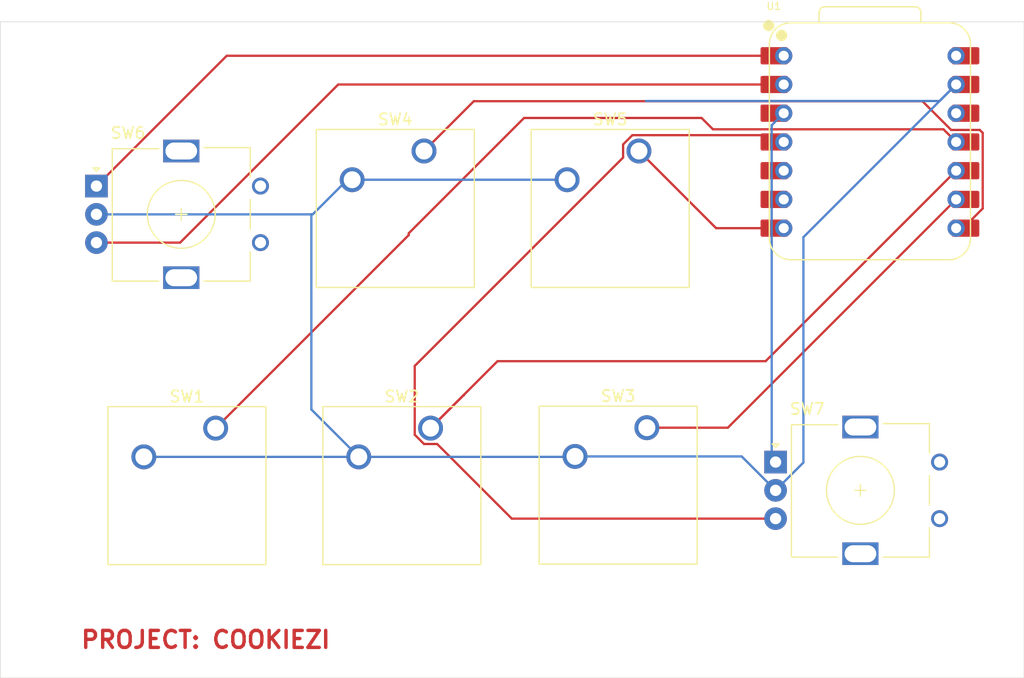
<source format=kicad_pcb>
(kicad_pcb (version 20241229) (generator "pcbnew") (generator_version "9.0")
  (layers (0 "F.Cu" signal) (2 "B.Cu" signal) (13 "F.Paste" user) (15 "B.Paste" user) (5 "F.SilkS" user "F.Silkscreen") (7 "B.SilkS" user "B.Silkscreen") (1 "F.Mask" user) (3 "B.Mask" user) (25 "Edge.Cuts" user))
  (net 0 "")
  (net 1 "GND")
  (net 2 "Net-(U1-GPIO3{slash}MOSI)")
  (net 3 "Net-(U1-GPIO4{slash}MISO)")
  (net 4 "Net-(U1-GPIO2{slash}SCK)")
  (net 5 "Net-(U1-GPIO1{slash}RX)")
  (net 6 "Net-(U1-GPIO0{slash}TX)")
  (net 7 "Net-(U1-GPIO27{slash}ADC1{slash}A1)")
  (net 8 "Net-(U1-GPIO26{slash}ADC0{slash}A0)")
  (net 9 "Net-(U1-GPIO28{slash}ADC2{slash}A2)")
  (net 10 "Net-(U1-GPIO29{slash}ADC3{slash}A3)")
  (net 14 "+5V")
  (footprint "Button_Switch_Keyboard:SW_Cherry_MX_1.00u_PCB" (layer "F.Cu") (at 68.54 125.92)
    (property "Reference" "SW1" (at -2.54 -2.794 0) (layer "F.SilkS"))
    (property "Value" "SW_Push")
    (fp_line (start -9.525 -1.905) (end 4.445 -1.905) (stroke (width 0.12)) (layer "F.SilkS"))
    (fp_line (start -9.525 12.065) (end -9.525 -1.905) (stroke (width 0.12)) (layer "F.SilkS"))
    (fp_line (start 4.445 -1.905) (end 4.445 12.065) (stroke (width 0.12)) (layer "F.SilkS"))
    (fp_line (start 4.445 12.065) (end -9.525 12.065) (stroke (width 0.12)) (layer "F.SilkS"))
    (pad "" np_thru_hole circle (at -7.62 5.08) (size 1.7 1.7) (drill 1.7) (layers "*.Cu" "*.Mask"))
    (pad "" np_thru_hole circle (at -2.54 5.08) (size 4 4) (drill 4) (layers "*.Cu" "*.Mask"))
    (pad "" np_thru_hole circle (at 2.54 5.08) (size 1.7 1.7) (drill 1.7) (layers "*.Cu" "*.Mask"))
    (pad "1" thru_hole circle (at 0 0) (size 2.2 2.2) (drill 1.5) (layers "*.Cu" "*.Mask") (net 2 "Net-(U1-GPIO3{slash}MOSI)"))
    (pad "2" thru_hole circle (at -6.35 2.54) (size 2.2 2.2) (drill 1.5) (layers "*.Cu" "*.Mask") (net 1 "GND"))
  )
  (footprint "Button_Switch_Keyboard:SW_Cherry_MX_1.00u_PCB" (layer "F.Cu") (at 86.96 101.42)
    (property "Reference" "SW4" (at -2.54 -2.794 0) (layer "F.SilkS"))
    (property "Value" "SW_Push")
    (fp_line (start -9.525 -1.905) (end 4.445 -1.905) (stroke (width 0.12)) (layer "F.SilkS"))
    (fp_line (start -9.525 12.065) (end -9.525 -1.905) (stroke (width 0.12)) (layer "F.SilkS"))
    (fp_line (start 4.445 -1.905) (end 4.445 12.065) (stroke (width 0.12)) (layer "F.SilkS"))
    (fp_line (start 4.445 12.065) (end -9.525 12.065) (stroke (width 0.12)) (layer "F.SilkS"))
    (pad "" np_thru_hole circle (at -7.62 5.08) (size 1.7 1.7) (drill 1.7) (layers "*.Cu" "*.Mask"))
    (pad "" np_thru_hole circle (at -2.54 5.08) (size 4 4) (drill 4) (layers "*.Cu" "*.Mask"))
    (pad "" np_thru_hole circle (at 2.54 5.08) (size 1.7 1.7) (drill 1.7) (layers "*.Cu" "*.Mask"))
    (pad "1" thru_hole circle (at 0 0) (size 2.2 2.2) (drill 1.5) (layers "*.Cu" "*.Mask") (net 5 "Net-(U1-GPIO1{slash}RX)"))
    (pad "2" thru_hole circle (at -6.35 2.54) (size 2.2 2.2) (drill 1.5) (layers "*.Cu" "*.Mask") (net 1 "GND"))
  )
  (footprint "Rotary_Encoder:RotaryEncoder_Alps_EC11E_Vertical_H20mm" (layer "F.Cu") (at 118.04 128.92)
    (property "Reference" "SW7" (at 2.8 -4.7 0) (layer "F.SilkS"))
    (property "Value" "RotaryEncoder")
    (fp_line (start -0.3 -1.6) (end 0.3 -1.6) (stroke (width 0.12)) (layer "F.SilkS"))
    (fp_line (start 0 -1.3) (end -0.3 -1.6) (stroke (width 0.12)) (layer "F.SilkS"))
    (fp_line (start 0.3 -1.6) (end 0 -1.3) (stroke (width 0.12)) (layer "F.SilkS"))
    (fp_line (start 1.4 -3.3) (end 1.4 8.4) (stroke (width 0.12)) (layer "F.SilkS"))
    (fp_line (start 5.5 -3.3) (end 1.4 -3.3) (stroke (width 0.12)) (layer "F.SilkS"))
    (fp_line (start 5.5 8.4) (end 1.4 8.4) (stroke (width 0.12)) (layer "F.SilkS"))
    (fp_line (start 7 2.5) (end 8 2.5) (stroke (width 0.12)) (layer "F.SilkS"))
    (fp_line (start 7.5 2) (end 7.5 3) (stroke (width 0.12)) (layer "F.SilkS"))
    (fp_line (start 9.5 -3.4) (end 13.6 -3.4) (stroke (width 0.12)) (layer "F.SilkS"))
    (fp_line (start 13.6 -3.4) (end 13.6 -0.8) (stroke (width 0.12)) (layer "F.SilkS"))
    (fp_line (start 13.6 1.2) (end 13.6 3.8) (stroke (width 0.12)) (layer "F.SilkS"))
    (fp_line (start 13.6 5.8) (end 13.6 8.4) (stroke (width 0.12)) (layer "F.SilkS"))
    (fp_line (start 13.6 8.4) (end 9.5 8.4) (stroke (width 0.12)) (layer "F.SilkS"))
    (fp_circle (center 7.5 2.5) (end 10.5 2.5) (stroke (width 0.12)) (fill no) (layer "F.SilkS"))
    (pad "" thru_hole circle (at 14.5 0) (size 1.5 1.5) (drill 1) (layers "*.Cu" "*.Mask"))
    (pad "" thru_hole circle (at 14.5 5) (size 1.5 1.5) (drill 1) (layers "*.Cu" "*.Mask"))
    (pad "A" thru_hole rect (at 0 0) (size 2 2) (drill 1) (layers "*.Cu" "*.Mask") (net 9 "Net-(U1-GPIO28{slash}ADC2{slash}A2)"))
    (pad "B" thru_hole circle (at 0 5) (size 2 2) (drill 1) (layers "*.Cu" "*.Mask") (net 10 "Net-(U1-GPIO29{slash}ADC3{slash}A3)"))
    (pad "C" thru_hole circle (at 0 2.5) (size 2 2) (drill 1) (layers "*.Cu" "*.Mask") (net 1 "GND"))
    (pad "MP" thru_hole rect (at 7.5 -3.1) (size 3.2 2) (drill oval 2.8 1.5) (layers "*.Cu" "*.Mask"))
    (pad "MP" thru_hole rect (at 7.5 8.1) (size 3.2 2) (drill oval 2.8 1.5) (layers "*.Cu" "*.Mask"))
  )
  (footprint "Rotary_Encoder:RotaryEncoder_Alps_EC11E_Vertical_H20mm" (layer "F.Cu") (at 58 104.52)
    (property "Reference" "SW6" (at 2.8 -4.7 0) (layer "F.SilkS"))
    (property "Value" "RotaryEncoder")
    (fp_line (start -0.3 -1.6) (end 0.3 -1.6) (stroke (width 0.12)) (layer "F.SilkS"))
    (fp_line (start 0 -1.3) (end -0.3 -1.6) (stroke (width 0.12)) (layer "F.SilkS"))
    (fp_line (start 0.3 -1.6) (end 0 -1.3) (stroke (width 0.12)) (layer "F.SilkS"))
    (fp_line (start 1.4 -3.3) (end 1.4 8.4) (stroke (width 0.12)) (layer "F.SilkS"))
    (fp_line (start 5.5 -3.3) (end 1.4 -3.3) (stroke (width 0.12)) (layer "F.SilkS"))
    (fp_line (start 5.5 8.4) (end 1.4 8.4) (stroke (width 0.12)) (layer "F.SilkS"))
    (fp_line (start 7 2.5) (end 8 2.5) (stroke (width 0.12)) (layer "F.SilkS"))
    (fp_line (start 7.5 2) (end 7.5 3) (stroke (width 0.12)) (layer "F.SilkS"))
    (fp_line (start 9.5 -3.4) (end 13.6 -3.4) (stroke (width 0.12)) (layer "F.SilkS"))
    (fp_line (start 13.6 -3.4) (end 13.6 -0.8) (stroke (width 0.12)) (layer "F.SilkS"))
    (fp_line (start 13.6 1.2) (end 13.6 3.8) (stroke (width 0.12)) (layer "F.SilkS"))
    (fp_line (start 13.6 5.8) (end 13.6 8.4) (stroke (width 0.12)) (layer "F.SilkS"))
    (fp_line (start 13.6 8.4) (end 9.5 8.4) (stroke (width 0.12)) (layer "F.SilkS"))
    (fp_circle (center 7.5 2.5) (end 10.5 2.5) (stroke (width 0.12)) (fill no) (layer "F.SilkS"))
    (pad "" thru_hole circle (at 14.5 0) (size 1.5 1.5) (drill 1) (layers "*.Cu" "*.Mask"))
    (pad "" thru_hole circle (at 14.5 5) (size 1.5 1.5) (drill 1) (layers "*.Cu" "*.Mask"))
    (pad "A" thru_hole rect (at 0 0) (size 2 2) (drill 1) (layers "*.Cu" "*.Mask") (net 8 "Net-(U1-GPIO26{slash}ADC0{slash}A0)"))
    (pad "B" thru_hole circle (at 0 5) (size 2 2) (drill 1) (layers "*.Cu" "*.Mask") (net 7 "Net-(U1-GPIO27{slash}ADC1{slash}A1)"))
    (pad "C" thru_hole circle (at 0 2.5) (size 2 2) (drill 1) (layers "*.Cu" "*.Mask") (net 1 "GND"))
    (pad "MP" thru_hole rect (at 7.5 -3.1) (size 3.2 2) (drill oval 2.8 1.5) (layers "*.Cu" "*.Mask"))
    (pad "MP" thru_hole rect (at 7.5 8.1) (size 3.2 2) (drill oval 2.8 1.5) (layers "*.Cu" "*.Mask"))
  )
  (footprint "OPL:XIAO-RP2040-DIP" (layer "F.Cu") (at 126.38 100.62)
    (property "Reference" "U1" (at -8.5 -12 0) (layer "F.SilkS") (effects (font (size 0.635 0.635) (thickness 0.1016))))
    (property "Value" "XIAO-RP2040-DIP")
    (fp_line (start -8.89 8.509) (end -8.89 -8.636) (stroke (width 0.127)) (layer "F.SilkS"))
    (fp_line (start -6.985 10.414) (end 6.985 10.414) (stroke (width 0.127)) (layer "F.SilkS"))
    (fp_line (start -4.495 -10.541) (end -4.491272 -11.451272) (stroke (width 0.127)) (layer "F.SilkS"))
    (fp_line (start -3.991272 -11.951) (end 4.004 -11.951) (stroke (width 0.127)) (layer "F.SilkS"))
    (fp_line (start 4.504 -11.451) (end 4.504 -10.541) (stroke (width 0.127)) (layer "F.SilkS"))
    (fp_line (start 6.985 -10.541) (end -6.985 -10.541) (stroke (width 0.1)) (layer "F.SilkS"))
    (fp_line (start 6.985 -10.541) (end -6.985 -10.541) (stroke (width 0.127)) (layer "F.SilkS"))
    (fp_line (start 8.89 8.509) (end 8.89 -8.636) (stroke (width 0.127)) (layer "F.SilkS"))
    (fp_arc (start -8.89 -8.636) (mid -8.332038 -9.983038) (end -6.985 -10.541) (stroke (width 0.127)) (layer "F.SilkS"))
    (fp_arc (start -6.985 10.414) (mid -8.332038 9.856038) (end -8.89 8.509) (stroke (width 0.127)) (layer "F.SilkS"))
    (fp_arc (start -4.491272 -11.451272) (mid -4.344728 -11.80464) (end -3.991272 -11.951) (stroke (width 0.127)) (layer "F.SilkS"))
    (fp_arc (start 4.004 -11.951) (mid 4.357553 -11.804553) (end 4.504 -11.451) (stroke (width 0.127)) (layer "F.SilkS"))
    (fp_arc (start 6.985 -10.541) (mid 8.332038 -9.983038) (end 8.89 -8.636) (stroke (width 0.127)) (layer "F.SilkS"))
    (fp_arc (start 8.89 8.509) (mid 8.332038 9.856038) (end 6.985 10.414) (stroke (width 0.127)) (layer "F.SilkS"))
    (fp_circle (center -8.95 -10.3) (end -8.95 -10.554) (stroke (width 0.5)) (fill yes) (layer "F.SilkS"))
    (fp_circle (center -7.807 -9.42) (end -7.807 -9.674) (stroke (width 0.5)) (fill yes) (layer "F.SilkS"))
    (pad "1" smd roundrect (at -8.455 -7.62 180) (size 2.432 1.524) (layers "F.Cu" "F.Mask") (roundrect_rratio 0.1) (net 8 "Net-(U1-GPIO26{slash}ADC0{slash}A0)"))
    (pad "1" thru_hole circle (at -7.62 -7.62 180) (size 1.524 1.524) (drill 0.889) (layers "*.Cu" "*.Mask") (net 8 "Net-(U1-GPIO26{slash}ADC0{slash}A0)"))
    (pad "2" smd roundrect (at -8.455 -5.08 180) (size 2.432 1.524) (layers "F.Cu" "F.Mask") (roundrect_rratio 0.1) (net 7 "Net-(U1-GPIO27{slash}ADC1{slash}A1)"))
    (pad "2" thru_hole circle (at -7.62 -5.08 180) (size 1.524 1.524) (drill 0.889) (layers "*.Cu" "*.Mask") (net 7 "Net-(U1-GPIO27{slash}ADC1{slash}A1)"))
    (pad "3" smd roundrect (at -8.455 -2.54 180) (size 2.432 1.524) (layers "F.Cu" "F.Mask") (roundrect_rratio 0.1) (net 9 "Net-(U1-GPIO28{slash}ADC2{slash}A2)"))
    (pad "3" thru_hole circle (at -7.62 -2.54 180) (size 1.524 1.524) (drill 0.889) (layers "*.Cu" "*.Mask") (net 9 "Net-(U1-GPIO28{slash}ADC2{slash}A2)"))
    (pad "4" smd roundrect (at -8.455 0 180) (size 2.432 1.524) (layers "F.Cu" "F.Mask") (roundrect_rratio 0.1) (net 10 "Net-(U1-GPIO29{slash}ADC3{slash}A3)"))
    (pad "4" thru_hole circle (at -7.62 0 180) (size 1.524 1.524) (drill 0.889) (layers "*.Cu" "*.Mask") (net 10 "Net-(U1-GPIO29{slash}ADC3{slash}A3)"))
    (pad "5" smd roundrect (at -8.455 2.54 180) (size 2.432 1.524) (layers "F.Cu" "F.Mask") (roundrect_rratio 0.1))
    (pad "5" thru_hole circle (at -7.62 2.54 180) (size 1.524 1.524) (drill 0.889) (layers "*.Cu" "*.Mask"))
    (pad "6" smd roundrect (at -8.455 5.08 180) (size 2.432 1.524) (layers "F.Cu" "F.Mask") (roundrect_rratio 0.1))
    (pad "6" thru_hole circle (at -7.62 5.08 180) (size 1.524 1.524) (drill 0.889) (layers "*.Cu" "*.Mask"))
    (pad "7" smd roundrect (at -8.455 7.62 180) (size 2.432 1.524) (layers "F.Cu" "F.Mask") (roundrect_rratio 0.1) (net 6 "Net-(U1-GPIO0{slash}TX)"))
    (pad "7" thru_hole circle (at -7.62 7.62 180) (size 1.524 1.524) (drill 0.889) (layers "*.Cu" "*.Mask") (net 6 "Net-(U1-GPIO0{slash}TX)"))
    (pad "8" thru_hole circle (at 7.62 7.62) (size 1.524 1.524) (drill 0.889) (layers "*.Cu" "*.Mask") (net 5 "Net-(U1-GPIO1{slash}RX)"))
    (pad "8" smd roundrect (at 8.455 7.62) (size 2.432 1.524) (layers "F.Cu" "F.Mask") (roundrect_rratio 0.1) (net 5 "Net-(U1-GPIO1{slash}RX)"))
    (pad "9" thru_hole circle (at 7.62 5.08) (size 1.524 1.524) (drill 0.889) (layers "*.Cu" "*.Mask") (net 4 "Net-(U1-GPIO2{slash}SCK)"))
    (pad "9" smd roundrect (at 8.455 5.08) (size 2.432 1.524) (layers "F.Cu" "F.Mask") (roundrect_rratio 0.1) (net 4 "Net-(U1-GPIO2{slash}SCK)"))
    (pad "10" thru_hole circle (at 7.62 2.54) (size 1.524 1.524) (drill 0.889) (layers "*.Cu" "*.Mask") (net 3 "Net-(U1-GPIO4{slash}MISO)"))
    (pad "10" smd roundrect (at 8.455 2.54) (size 2.432 1.524) (layers "F.Cu" "F.Mask") (roundrect_rratio 0.1) (net 3 "Net-(U1-GPIO4{slash}MISO)"))
    (pad "11" thru_hole circle (at 7.62 0) (size 1.524 1.524) (drill 0.889) (layers "*.Cu" "*.Mask") (net 2 "Net-(U1-GPIO3{slash}MOSI)"))
    (pad "11" smd roundrect (at 8.455 0) (size 2.432 1.524) (layers "F.Cu" "F.Mask") (roundrect_rratio 0.1) (net 2 "Net-(U1-GPIO3{slash}MOSI)"))
    (pad "12" thru_hole circle (at 7.62 -2.54) (size 1.524 1.524) (drill 0.889) (layers "*.Cu" "*.Mask"))
    (pad "12" smd roundrect (at 8.455 -2.54) (size 2.432 1.524) (layers "F.Cu" "F.Mask") (roundrect_rratio 0.1))
    (pad "13" thru_hole circle (at 7.62 -5.08) (size 1.524 1.524) (drill 0.889) (layers "*.Cu" "*.Mask") (net 1 "GND"))
    (pad "13" smd roundrect (at 8.455 -5.08) (size 2.432 1.524) (layers "F.Cu" "F.Mask") (roundrect_rratio 0.1) (net 1 "GND"))
    (pad "14" thru_hole circle (at 7.62 -7.62) (size 1.524 1.524) (drill 0.889) (layers "*.Cu" "*.Mask") (net 14 "+5V"))
    (pad "14" smd roundrect (at 8.455 -7.62) (size 2.432 1.524) (layers "F.Cu" "F.Mask") (roundrect_rratio 0.1) (net 14 "+5V"))
  )
  (footprint "Button_Switch_Keyboard:SW_Cherry_MX_1.00u_PCB" (layer "F.Cu") (at 106.66 125.88)
    (property "Reference" "SW3" (at -2.54 -2.794 0) (layer "F.SilkS"))
    (property "Value" "SW_Push")
    (fp_line (start -9.525 -1.905) (end 4.445 -1.905) (stroke (width 0.12)) (layer "F.SilkS"))
    (fp_line (start -9.525 12.065) (end -9.525 -1.905) (stroke (width 0.12)) (layer "F.SilkS"))
    (fp_line (start 4.445 -1.905) (end 4.445 12.065) (stroke (width 0.12)) (layer "F.SilkS"))
    (fp_line (start 4.445 12.065) (end -9.525 12.065) (stroke (width 0.12)) (layer "F.SilkS"))
    (pad "" np_thru_hole circle (at -7.62 5.08) (size 1.7 1.7) (drill 1.7) (layers "*.Cu" "*.Mask"))
    (pad "" np_thru_hole circle (at -2.54 5.08) (size 4 4) (drill 4) (layers "*.Cu" "*.Mask"))
    (pad "" np_thru_hole circle (at 2.54 5.08) (size 1.7 1.7) (drill 1.7) (layers "*.Cu" "*.Mask"))
    (pad "1" thru_hole circle (at 0 0) (size 2.2 2.2) (drill 1.5) (layers "*.Cu" "*.Mask") (net 4 "Net-(U1-GPIO2{slash}SCK)"))
    (pad "2" thru_hole circle (at -6.35 2.54) (size 2.2 2.2) (drill 1.5) (layers "*.Cu" "*.Mask") (net 1 "GND"))
  )
  (footprint "Button_Switch_Keyboard:SW_Cherry_MX_1.00u_PCB" (layer "F.Cu") (at 87.54 125.92)
    (property "Reference" "SW2" (at -2.54 -2.794 0) (layer "F.SilkS"))
    (property "Value" "SW_Push")
    (fp_line (start -9.525 -1.905) (end 4.445 -1.905) (stroke (width 0.12)) (layer "F.SilkS"))
    (fp_line (start -9.525 12.065) (end -9.525 -1.905) (stroke (width 0.12)) (layer "F.SilkS"))
    (fp_line (start 4.445 -1.905) (end 4.445 12.065) (stroke (width 0.12)) (layer "F.SilkS"))
    (fp_line (start 4.445 12.065) (end -9.525 12.065) (stroke (width 0.12)) (layer "F.SilkS"))
    (pad "" np_thru_hole circle (at -7.62 5.08) (size 1.7 1.7) (drill 1.7) (layers "*.Cu" "*.Mask"))
    (pad "" np_thru_hole circle (at -2.54 5.08) (size 4 4) (drill 4) (layers "*.Cu" "*.Mask"))
    (pad "" np_thru_hole circle (at 2.54 5.08) (size 1.7 1.7) (drill 1.7) (layers "*.Cu" "*.Mask"))
    (pad "1" thru_hole circle (at 0 0) (size 2.2 2.2) (drill 1.5) (layers "*.Cu" "*.Mask") (net 3 "Net-(U1-GPIO4{slash}MISO)"))
    (pad "2" thru_hole circle (at -6.35 2.54) (size 2.2 2.2) (drill 1.5) (layers "*.Cu" "*.Mask") (net 1 "GND"))
  )
  (footprint "Button_Switch_Keyboard:SW_Cherry_MX_1.00u_PCB" (layer "F.Cu") (at 105.96 101.42)
    (property "Reference" "SW5" (at -2.54 -2.794 0) (layer "F.SilkS"))
    (property "Value" "SW_Push")
    (fp_line (start -9.525 -1.905) (end 4.445 -1.905) (stroke (width 0.12)) (layer "F.SilkS"))
    (fp_line (start -9.525 12.065) (end -9.525 -1.905) (stroke (width 0.12)) (layer "F.SilkS"))
    (fp_line (start 4.445 -1.905) (end 4.445 12.065) (stroke (width 0.12)) (layer "F.SilkS"))
    (fp_line (start 4.445 12.065) (end -9.525 12.065) (stroke (width 0.12)) (layer "F.SilkS"))
    (pad "" np_thru_hole circle (at -7.62 5.08) (size 1.7 1.7) (drill 1.7) (layers "*.Cu" "*.Mask"))
    (pad "" np_thru_hole circle (at -2.54 5.08) (size 4 4) (drill 4) (layers "*.Cu" "*.Mask"))
    (pad "" np_thru_hole circle (at 2.54 5.08) (size 1.7 1.7) (drill 1.7) (layers "*.Cu" "*.Mask"))
    (pad "1" thru_hole circle (at 0 0) (size 2.2 2.2) (drill 1.5) (layers "*.Cu" "*.Mask") (net 6 "Net-(U1-GPIO0{slash}TX)"))
    (pad "2" thru_hole circle (at -6.35 2.54) (size 2.2 2.2) (drill 1.5) (layers "*.Cu" "*.Mask") (net 1 "GND"))
  )
  (gr_rect (start 49.5 90) (end 140 148) (stroke (width 0.05)) (fill no) (layer "Edge.Cuts"))
  (gr_text "PROJECT: COOKIEZI" (at 56.5 145.5 0) (layer "F.Cu") (effects (font (size 1.5 1.5) (thickness 0.3) (bold yes)) (justify left bottom)))
  (segment (start 62.19 128.46) (end 81.19 128.46) (width 0.2) (layer "B.Cu") (net 1))
  (segment (start 77 107.02) (end 77 124.27) (width 0.2) (layer "B.Cu") (net 1))
  (segment (start 118.04 131.42) (end 120.5 128.96) (width 0.2) (layer "B.Cu") (net 1))
  (segment (start 58 107.02) (end 77 107.02) (width 0.2) (layer "B.Cu") (net 1))
  (segment (start 120.5 109.04) (end 134 95.54) (width 0.2) (layer "B.Cu") (net 1))
  (segment (start 132.54 97) (end 134 95.54) (width 0.2) (layer "B.Cu") (net 1))
  (segment (start 106.57 97) (end 132.54 97) (width 0.2) (layer "B.Cu") (net 1))
  (segment (start 120.5 128.96) (end 120.5 109.04) (width 0.2) (layer "B.Cu") (net 1))
  (segment (start 115.04 128.42) (end 118.04 131.42) (width 0.2) (layer "B.Cu") (net 1))
  (segment (start 77 124.27) (end 81.19 128.46) (width 0.2) (layer "B.Cu") (net 1))
  (segment (start 81.19 128.46) (end 100.27 128.46) (width 0.2) (layer "B.Cu") (net 1))
  (segment (start 77.12153 107.02) (end 80.18153 103.96) (width 0.2) (layer "B.Cu") (net 1))
  (segment (start 80.61 103.96) (end 99.61 103.96) (width 0.2) (layer "B.Cu") (net 1))
  (segment (start 100.31 128.42) (end 115.04 128.42) (width 0.2) (layer "B.Cu") (net 1))
  (segment (start 100.27 128.46) (end 100.31 128.42) (width 0.2) (layer "B.Cu") (net 1))
  (segment (start 80.18153 103.96) (end 80.61 103.96) (width 0.2) (layer "B.Cu") (net 1))
  (segment (start 77 107.02) (end 77.12153 107.02) (width 0.2) (layer "B.Cu") (net 1))
  (segment (start 68.54 125.92) (end 85.609 108.851) (width 0.2) (layer "F.Cu") (net 2))
  (segment (start 111.5 98.5) (end 112.5 99.5) (width 0.2) (layer "F.Cu") (net 2))
  (segment (start 132.88 99.5) (end 134 100.62) (width 0.2) (layer "F.Cu") (net 2))
  (segment (start 112.5 99.5) (end 132.88 99.5) (width 0.2) (layer "F.Cu") (net 2))
  (segment (start 95.80153 98.5) (end 111.5 98.5) (width 0.2) (layer "F.Cu") (net 2))
  (segment (start 85.609 108.69253) (end 95.80153 98.5) (width 0.2) (layer "F.Cu") (net 2))
  (segment (start 85.609 108.851) (end 85.609 108.69253) (width 0.2) (layer "F.Cu") (net 2))
  (segment (start 90.46 123) (end 90.5 123) (width 0.2) (layer "F.Cu") (net 3))
  (segment (start 93.46 120) (end 117.16 120) (width 0.2) (layer "F.Cu") (net 3))
  (segment (start 87.54 125.92) (end 90.46 123) (width 0.2) (layer "F.Cu") (net 3))
  (segment (start 117.16 120) (end 134 103.16) (width 0.2) (layer "F.Cu") (net 3))
  (segment (start 87.54 125.92) (end 93.46 120) (width 0.2) (layer "F.Cu") (net 3))
  (segment (start 113.82 125.88) (end 106.66 125.88) (width 0.2) (layer "F.Cu") (net 4))
  (segment (start 134 105.7) (end 113.82 125.88) (width 0.2) (layer "F.Cu") (net 4))
  (segment (start 86.96 101.42) (end 91.363 97.017) (width 0.2) (layer "F.Cu") (net 5))
  (segment (start 136.352 106.501626) (end 134.613626 108.24) (width 0.2) (layer "F.Cu") (net 5))
  (segment (start 136.352 99.818374) (end 136.352 106.501626) (width 0.2) (layer "F.Cu") (net 5))
  (segment (start 133.55969 99.557) (end 136.090626 99.557) (width 0.2) (layer "F.Cu") (net 5))
  (segment (start 131.01969 97.017) (end 133.55969 99.557) (width 0.2) (layer "F.Cu") (net 5))
  (segment (start 134.613626 108.24) (end 134 108.24) (width 0.2) (layer "F.Cu") (net 5))
  (segment (start 91.363 97.017) (end 131.01969 97.017) (width 0.2) (layer "F.Cu") (net 5))
  (segment (start 136.090626 99.557) (end 136.352 99.818374) (width 0.2) (layer "F.Cu") (net 5))
  (segment (start 105.96 101.42) (end 112.78 108.24) (width 0.2) (layer "F.Cu") (net 6))
  (segment (start 112.78 108.24) (end 118.76 108.24) (width 0.2) (layer "F.Cu") (net 6))
  (segment (start 118.76 95.54) (end 79.378 95.54) (width 0.2) (layer "F.Cu") (net 7))
  (segment (start 65.398 109.52) (end 58 109.52) (width 0.2) (layer "F.Cu") (net 7))
  (segment (start 79.378 95.54) (end 65.398 109.52) (width 0.2) (layer "F.Cu") (net 7))
  (segment (start 118.76 93) (end 69.52 93) (width 0.2) (layer "F.Cu") (net 8))
  (segment (start 69.52 93) (end 58 104.52) (width 0.2) (layer "F.Cu") (net 8))
  (segment (start 117.697 99.143) (end 118.76 98.08) (width 0.2) (layer "B.Cu") (net 9))
  (segment (start 118.04 128.92) (end 117.697 128.577) (width 0.2) (layer "B.Cu") (net 9))
  (segment (start 117.697 128.577) (end 117.697 99.143) (width 0.2) (layer "B.Cu") (net 9))
  (segment (start 86.139 126.500314) (end 86.139 120.420314) (width 0.2) (layer "F.Cu") (net 10))
  (segment (start 86.959686 127.321) (end 86.139 126.500314) (width 0.2) (layer "F.Cu") (net 10))
  (segment (start 104.559 102.000314) (end 104.559 100.839686) (width 0.2) (layer "F.Cu") (net 10))
  (segment (start 118.04 133.92) (end 94.719314 133.92) (width 0.2) (layer "F.Cu") (net 10))
  (segment (start 104.559 100.839686) (end 105.379686 100.019) (width 0.2) (layer "F.Cu") (net 10))
  (segment (start 105.379686 100.019) (end 118.159 100.019) (width 0.2) (layer "F.Cu") (net 10))
  (segment (start 94.719314 133.92) (end 88.120314 127.321) (width 0.2) (layer "F.Cu") (net 10))
  (segment (start 88.120314 127.321) (end 86.959686 127.321) (width 0.2) (layer "F.Cu") (net 10))
  (segment (start 118.159 100.019) (end 118.76 100.62) (width 0.2) (layer "F.Cu") (net 10))
  (segment (start 86.139 120.420314) (end 104.559 102.000314) (width 0.2) (layer "F.Cu") (net 10))
)
</source>
